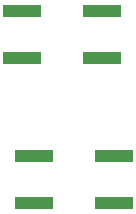
<source format=gbp>
G75*
G70*
%OFA0B0*%
%FSLAX24Y24*%
%IPPOS*%
%LPD*%
%AMOC8*
5,1,8,0,0,1.08239X$1,22.5*
%
%ADD10R,0.1260X0.0394*%
D10*
X004952Y003729D03*
X004952Y005304D03*
X007629Y005304D03*
X007629Y003729D03*
X007236Y008552D03*
X007236Y010127D03*
X004559Y010127D03*
X004559Y008552D03*
M02*

</source>
